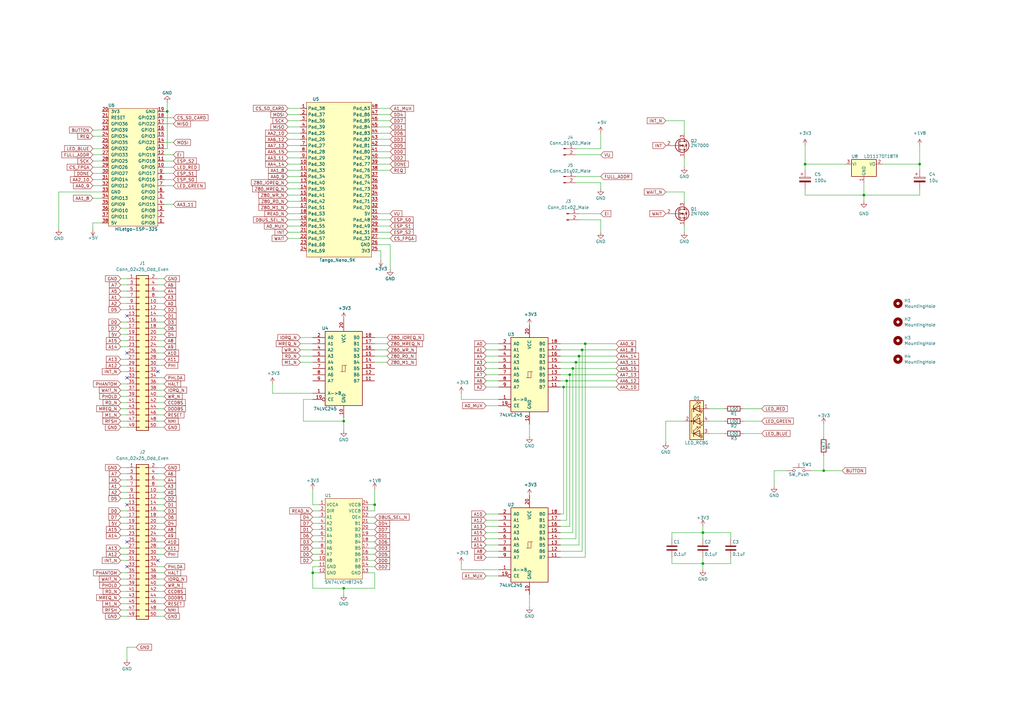
<source format=kicad_sch>
(kicad_sch (version 20211123) (generator eeschema)
  (paper "A3")
  (title_block (title "TRS-IO-XRAY VG") (date "2022-06-03") (rev "V1.3-XRAY") (comment 3 "Title: TRS-IO-XRAY for the TRS-80 Model VG") (comment 4 "Author: Arno Puder"))
  (junction (at 237.49 146.05))
  (junction (at 128.27 234.95))
  (junction (at 140.97 172.72))
  (junction (at 288.29 231.14))
  (junction (at 354.33 80.01))
  (junction (at 330.2 67.31))
  (junction (at 232.41 156.21))
  (junction (at 233.68 153.67))
  (junction (at 140.97 241.3))
  (junction (at 234.95 151.13))
  (junction (at 153.67 207.01))
  (junction (at 68.58 45.72))
  (junction (at 337.82 193.04))
  (junction (at 240.03 140.97))
  (junction (at 231.14 158.75))
  (junction (at 377.19 67.31))
  (junction (at 236.22 148.59))
  (junction (at 238.76 143.51))
  (junction (at 288.29 218.44))
  (no_connect (at 52.07 207.01))
  (no_connect (at 64.77 229.87))
  (no_connect (at 52.07 222.25))
  (no_connect (at 52.07 144.78))
  (no_connect (at 52.07 154.94))
  (no_connect (at 64.77 152.4))
  (no_connect (at 52.07 129.54))
  (no_connect (at 52.07 232.41))
  (wire (pts (xy 67.31 124.46) (xy 64.77 124.46)))
  (wire (pts (xy 41.91 91.44) (xy 38.1 91.44)))
  (wire (pts (xy 68.58 45.72) (xy 68.58 60.96)))
  (wire (pts (xy 337.82 173.99) (xy 337.82 179.07)))
  (wire (pts (xy 118.11 85.09) (xy 123.19 85.09)))
  (wire (pts (xy 229.87 148.59) (xy 236.22 148.59)))
  (wire (pts (xy 67.31 245.11) (xy 64.77 245.11)))
  (wire (pts (xy 68.58 60.96) (xy 67.31 60.96)))
  (wire (pts (xy 52.07 142.24) (xy 49.53 142.24)))
  (wire (pts (xy 67.31 157.48) (xy 64.77 157.48)))
  (wire (pts (xy 199.39 210.82) (xy 204.47 210.82)))
  (wire (pts (xy 52.07 191.77) (xy 49.53 191.77)))
  (wire (pts (xy 153.67 146.05) (xy 158.75 146.05)))
  (wire (pts (xy 330.2 80.01) (xy 354.33 80.01)))
  (wire (pts (xy 118.11 59.69) (xy 123.19 59.69)))
  (wire (pts (xy 153.67 138.43) (xy 158.75 138.43)))
  (wire (pts (xy 154.94 92.71) (xy 160.02 92.71)))
  (wire (pts (xy 229.87 223.52) (xy 237.49 223.52)))
  (wire (pts (xy 128.27 224.79) (xy 130.81 224.79)))
  (wire (pts (xy 337.82 186.69) (xy 337.82 193.04)))
  (wire (pts (xy 67.31 207.01) (xy 64.77 207.01)))
  (wire (pts (xy 123.19 138.43) (xy 128.27 138.43)))
  (wire (pts (xy 52.07 116.84) (xy 49.53 116.84)))
  (wire (pts (xy 52.07 240.03) (xy 49.53 240.03)))
  (wire (pts (xy 153.67 143.51) (xy 158.75 143.51)))
  (wire (pts (xy 229.87 220.98) (xy 236.22 220.98)))
  (wire (pts (xy 128.27 212.09) (xy 130.81 212.09)))
  (wire (pts (xy 240.03 140.97) (xy 240.03 228.6)))
  (wire (pts (xy 199.39 213.36) (xy 204.47 213.36)))
  (wire (pts (xy 71.12 50.8) (xy 67.31 50.8)))
  (wire (pts (xy 153.67 241.3) (xy 153.67 234.95)))
  (wire (pts (xy 151.13 207.01) (xy 153.67 207.01)))
  (wire (pts (xy 229.87 156.21) (xy 232.41 156.21)))
  (wire (pts (xy 154.94 49.53) (xy 160.02 49.53)))
  (wire (pts (xy 199.39 236.22) (xy 204.47 236.22)))
  (wire (pts (xy 52.07 247.65) (xy 49.53 247.65)))
  (wire (pts (xy 118.11 57.15) (xy 123.19 57.15)))
  (wire (pts (xy 52.07 119.38) (xy 49.53 119.38)))
  (wire (pts (xy 52.07 265.43) (xy 55.88 265.43)))
  (wire (pts (xy 118.11 67.31) (xy 123.19 67.31)))
  (wire (pts (xy 236.22 60.96) (xy 246.38 60.96)))
  (wire (pts (xy 52.07 196.85) (xy 49.53 196.85)))
  (wire (pts (xy 153.67 200.66) (xy 153.67 207.01)))
  (wire (pts (xy 52.07 212.09) (xy 49.53 212.09)))
  (wire (pts (xy 67.31 240.03) (xy 64.77 240.03)))
  (wire (pts (xy 38.1 63.5) (xy 41.91 63.5)))
  (wire (pts (xy 151.13 217.17) (xy 153.67 217.17)))
  (wire (pts (xy 273.05 181.61) (xy 273.05 172.72)))
  (wire (pts (xy 153.67 207.01) (xy 153.67 209.55)))
  (wire (pts (xy 38.1 91.44) (xy 38.1 93.98)))
  (wire (pts (xy 38.1 76.2) (xy 41.91 76.2)))
  (wire (pts (xy 128.27 232.41) (xy 128.27 234.95)))
  (wire (pts (xy 237.49 87.63) (xy 246.38 87.63)))
  (wire (pts (xy 52.07 149.86) (xy 49.53 149.86)))
  (wire (pts (xy 154.94 54.61) (xy 160.02 54.61)))
  (wire (pts (xy 38.1 53.34) (xy 41.91 53.34)))
  (wire (pts (xy 67.31 154.94) (xy 64.77 154.94)))
  (wire (pts (xy 229.87 143.51) (xy 238.76 143.51)))
  (wire (pts (xy 246.38 90.17) (xy 246.38 95.25)))
  (wire (pts (xy 52.07 172.72) (xy 49.53 172.72)))
  (wire (pts (xy 237.49 146.05) (xy 237.49 223.52)))
  (wire (pts (xy 288.29 215.9) (xy 288.29 218.44)))
  (wire (pts (xy 67.31 119.38) (xy 64.77 119.38)))
  (wire (pts (xy 128.27 241.3) (xy 140.97 241.3)))
  (wire (pts (xy 153.67 148.59) (xy 158.75 148.59)))
  (wire (pts (xy 273.05 172.72) (xy 280.67 172.72)))
  (wire (pts (xy 52.07 245.11) (xy 49.53 245.11)))
  (wire (pts (xy 128.27 214.63) (xy 130.81 214.63)))
  (wire (pts (xy 304.8 167.64) (xy 312.42 167.64)))
  (wire (pts (xy 41.91 55.88) (xy 38.1 55.88)))
  (wire (pts (xy 273.05 78.74) (xy 280.67 78.74)))
  (wire (pts (xy 67.31 224.79) (xy 64.77 224.79)))
  (wire (pts (xy 151.13 234.95) (xy 153.67 234.95)))
  (wire (pts (xy 118.11 95.25) (xy 123.19 95.25)))
  (wire (pts (xy 67.31 129.54) (xy 64.77 129.54)))
  (wire (pts (xy 229.87 158.75) (xy 231.14 158.75)))
  (wire (pts (xy 290.83 177.8) (xy 297.18 177.8)))
  (wire (pts (xy 154.94 62.23) (xy 160.02 62.23)))
  (wire (pts (xy 67.31 199.39) (xy 64.77 199.39)))
  (wire (pts (xy 237.49 146.05) (xy 252.73 146.05)))
  (wire (pts (xy 52.07 209.55) (xy 49.53 209.55)))
  (wire (pts (xy 240.03 140.97) (xy 252.73 140.97)))
  (wire (pts (xy 160.02 100.33) (xy 160.02 110.49)))
  (wire (pts (xy 275.59 218.44) (xy 288.29 218.44)))
  (wire (pts (xy 154.94 59.69) (xy 160.02 59.69)))
  (wire (pts (xy 68.58 41.91) (xy 68.58 45.72)))
  (wire (pts (xy 153.67 140.97) (xy 158.75 140.97)))
  (wire (pts (xy 275.59 220.98) (xy 275.59 218.44)))
  (wire (pts (xy 123.19 143.51) (xy 128.27 143.51)))
  (wire (pts (xy 199.39 218.44) (xy 204.47 218.44)))
  (wire (pts (xy 229.87 213.36) (xy 232.41 213.36)))
  (wire (pts (xy 67.31 217.17) (xy 64.77 217.17)))
  (wire (pts (xy 67.31 234.95) (xy 64.77 234.95)))
  (wire (pts (xy 41.91 68.58) (xy 38.1 68.58)))
  (wire (pts (xy 38.1 60.96) (xy 41.91 60.96)))
  (wire (pts (xy 153.67 209.55) (xy 151.13 209.55)))
  (wire (pts (xy 118.11 82.55) (xy 123.19 82.55)))
  (wire (pts (xy 128.27 229.87) (xy 130.81 229.87)))
  (wire (pts (xy 118.11 46.99) (xy 123.19 46.99)))
  (wire (pts (xy 280.67 64.77) (xy 280.67 68.58)))
  (wire (pts (xy 71.12 76.2) (xy 67.31 76.2)))
  (wire (pts (xy 231.14 158.75) (xy 252.73 158.75)))
  (wire (pts (xy 52.07 270.51) (xy 52.07 265.43)))
  (wire (pts (xy 67.31 160.02) (xy 64.77 160.02)))
  (wire (pts (xy 67.31 165.1) (xy 64.77 165.1)))
  (wire (pts (xy 204.47 163.83) (xy 189.23 163.83)))
  (wire (pts (xy 52.07 227.33) (xy 49.53 227.33)))
  (wire (pts (xy 237.49 90.17) (xy 246.38 90.17)))
  (wire (pts (xy 229.87 210.82) (xy 231.14 210.82)))
  (wire (pts (xy 354.33 80.01) (xy 377.19 80.01)))
  (wire (pts (xy 67.31 170.18) (xy 64.77 170.18)))
  (wire (pts (xy 123.19 148.59) (xy 128.27 148.59)))
  (wire (pts (xy 275.59 231.14) (xy 288.29 231.14)))
  (wire (pts (xy 118.11 72.39) (xy 123.19 72.39)))
  (wire (pts (xy 124.46 163.83) (xy 124.46 172.72)))
  (wire (pts (xy 236.22 72.39) (xy 246.38 72.39)))
  (wire (pts (xy 52.07 194.31) (xy 49.53 194.31)))
  (wire (pts (xy 199.39 158.75) (xy 204.47 158.75)))
  (wire (pts (xy 288.29 233.68) (xy 288.29 231.14)))
  (wire (pts (xy 154.94 90.17) (xy 160.02 90.17)))
  (wire (pts (xy 377.19 67.31) (xy 377.19 69.85)))
  (wire (pts (xy 123.19 140.97) (xy 128.27 140.97)))
  (wire (pts (xy 128.27 163.83) (xy 124.46 163.83)))
  (wire (pts (xy 52.07 121.92) (xy 49.53 121.92)))
  (wire (pts (xy 354.33 74.93) (xy 354.33 80.01)))
  (wire (pts (xy 128.27 207.01) (xy 130.81 207.01)))
  (wire (pts (xy 52.07 160.02) (xy 49.53 160.02)))
  (wire (pts (xy 67.31 194.31) (xy 64.77 194.31)))
  (wire (pts (xy 199.39 146.05) (xy 204.47 146.05)))
  (wire (pts (xy 290.83 172.72) (xy 297.18 172.72)))
  (wire (pts (xy 118.11 77.47) (xy 123.19 77.47)))
  (wire (pts (xy 337.82 193.04) (xy 345.44 193.04)))
  (wire (pts (xy 118.11 62.23) (xy 123.19 62.23)))
  (wire (pts (xy 199.39 153.67) (xy 204.47 153.67)))
  (wire (pts (xy 67.31 162.56) (xy 64.77 162.56)))
  (wire (pts (xy 67.31 237.49) (xy 64.77 237.49)))
  (wire (pts (xy 128.27 227.33) (xy 130.81 227.33)))
  (wire (pts (xy 52.07 152.4) (xy 49.53 152.4)))
  (wire (pts (xy 234.95 151.13) (xy 252.73 151.13)))
  (wire (pts (xy 52.07 132.08) (xy 49.53 132.08)))
  (wire (pts (xy 130.81 209.55) (xy 128.27 209.55)))
  (wire (pts (xy 67.31 242.57) (xy 64.77 242.57)))
  (wire (pts (xy 111.76 161.29) (xy 111.76 157.48)))
  (wire (pts (xy 151.13 212.09) (xy 153.67 212.09)))
  (wire (pts (xy 128.27 234.95) (xy 128.27 241.3)))
  (wire (pts (xy 151.13 219.71) (xy 153.67 219.71)))
  (wire (pts (xy 154.94 95.25) (xy 160.02 95.25)))
  (wire (pts (xy 67.31 114.3) (xy 64.77 114.3)))
  (wire (pts (xy 67.31 227.33) (xy 64.77 227.33)))
  (wire (pts (xy 189.23 233.68) (xy 189.23 231.14)))
  (wire (pts (xy 280.67 54.61) (xy 280.67 49.53)))
  (wire (pts (xy 52.07 224.79) (xy 49.53 224.79)))
  (wire (pts (xy 67.31 219.71) (xy 64.77 219.71)))
  (wire (pts (xy 123.19 97.79) (xy 118.11 97.79)))
  (wire (pts (xy 67.31 247.65) (xy 64.77 247.65)))
  (wire (pts (xy 199.39 226.06) (xy 204.47 226.06)))
  (wire (pts (xy 231.14 158.75) (xy 231.14 210.82)))
  (wire (pts (xy 151.13 224.79) (xy 153.67 224.79)))
  (wire (pts (xy 41.91 78.74) (xy 24.13 78.74)))
  (wire (pts (xy 52.07 229.87) (xy 49.53 229.87)))
  (wire (pts (xy 52.07 162.56) (xy 49.53 162.56)))
  (wire (pts (xy 67.31 48.26) (xy 71.12 48.26)))
  (wire (pts (xy 128.27 161.29) (xy 111.76 161.29)))
  (wire (pts (xy 199.39 156.21) (xy 204.47 156.21)))
  (wire (pts (xy 322.58 193.04) (xy 317.5 193.04)))
  (wire (pts (xy 140.97 241.3) (xy 140.97 243.84)))
  (wire (pts (xy 154.94 46.99) (xy 160.02 46.99)))
  (wire (pts (xy 288.29 218.44) (xy 288.29 220.98)))
  (wire (pts (xy 52.07 219.71) (xy 49.53 219.71)))
  (wire (pts (xy 67.31 132.08) (xy 64.77 132.08)))
  (wire (pts (xy 199.39 166.37) (xy 204.47 166.37)))
  (wire (pts (xy 154.94 64.77) (xy 160.02 64.77)))
  (wire (pts (xy 67.31 73.66) (xy 71.12 73.66)))
  (wire (pts (xy 154.94 69.85) (xy 160.02 69.85)))
  (wire (pts (xy 67.31 175.26) (xy 64.77 175.26)))
  (wire (pts (xy 118.11 74.93) (xy 123.19 74.93)))
  (wire (pts (xy 128.27 234.95) (xy 130.81 234.95)))
  (wire (pts (xy 67.31 147.32) (xy 64.77 147.32)))
  (wire (pts (xy 128.27 217.17) (xy 130.81 217.17)))
  (wire (pts (xy 317.5 193.04) (xy 317.5 199.39)))
  (wire (pts (xy 118.11 54.61) (xy 123.19 54.61)))
  (wire (pts (xy 67.31 127) (xy 64.77 127)))
  (wire (pts (xy 217.17 173.99) (xy 217.17 179.07)))
  (wire (pts (xy 124.46 172.72) (xy 140.97 172.72)))
  (wire (pts (xy 67.31 204.47) (xy 64.77 204.47)))
  (wire (pts (xy 154.94 52.07) (xy 160.02 52.07)))
  (wire (pts (xy 67.31 252.73) (xy 64.77 252.73)))
  (wire (pts (xy 299.72 218.44) (xy 299.72 220.98)))
  (wire (pts (xy 52.07 137.16) (xy 49.53 137.16)))
  (wire (pts (xy 67.31 167.64) (xy 64.77 167.64)))
  (wire (pts (xy 199.39 228.6) (xy 204.47 228.6)))
  (wire (pts (xy 41.91 71.12) (xy 38.1 71.12)))
  (wire (pts (xy 52.07 114.3) (xy 49.53 114.3)))
  (wire (pts (xy 154.94 44.45) (xy 160.02 44.45)))
  (wire (pts (xy 229.87 140.97) (xy 240.03 140.97)))
  (wire (pts (xy 67.31 149.86) (xy 64.77 149.86)))
  (wire (pts (xy 330.2 67.31) (xy 330.2 69.85)))
  (wire (pts (xy 330.2 67.31) (xy 346.71 67.31)))
  (wire (pts (xy 199.39 140.97) (xy 204.47 140.97)))
  (wire (pts (xy 38.1 73.66) (xy 41.91 73.66)))
  (wire (pts (xy 118.11 90.17) (xy 123.19 90.17)))
  (wire (pts (xy 52.07 237.49) (xy 49.53 237.49)))
  (wire (pts (xy 52.07 147.32) (xy 49.53 147.32)))
  (wire (pts (xy 236.22 148.59) (xy 252.73 148.59)))
  (wire (pts (xy 52.07 124.46) (xy 49.53 124.46)))
  (wire (pts (xy 304.8 177.8) (xy 312.42 177.8)))
  (wire (pts (xy 52.07 167.64) (xy 49.53 167.64)))
  (wire (pts (xy 67.31 83.82) (xy 71.12 83.82)))
  (wire (pts (xy 67.31 172.72) (xy 64.77 172.72)))
  (wire (pts (xy 232.41 156.21) (xy 232.41 213.36)))
  (wire (pts (xy 128.27 200.66) (xy 128.27 207.01)))
  (wire (pts (xy 234.95 151.13) (xy 234.95 218.44)))
  (wire (pts (xy 24.13 78.74) (xy 24.13 93.98)))
  (wire (pts (xy 67.31 232.41) (xy 64.77 232.41)))
  (wire (pts (xy 41.91 66.04) (xy 38.1 66.04)))
  (wire (pts (xy 156.21 102.87) (xy 156.21 106.68)))
  (wire (pts (xy 52.07 175.26) (xy 49.53 175.26)))
  (wire (pts (xy 67.31 144.78) (xy 64.77 144.78)))
  (wire (pts (xy 52.07 204.47) (xy 49.53 204.47)))
  (wire (pts (xy 151.13 222.25) (xy 153.67 222.25)))
  (wire (pts (xy 199.39 151.13) (xy 204.47 151.13)))
  (wire (pts (xy 52.07 134.62) (xy 49.53 134.62)))
  (wire (pts (xy 52.07 170.18) (xy 49.53 170.18)))
  (wire (pts (xy 199.39 148.59) (xy 204.47 148.59)))
  (wire (pts (xy 151.13 232.41) (xy 153.67 232.41)))
  (wire (pts (xy 229.87 153.67) (xy 233.68 153.67)))
  (wire (pts (xy 118.11 92.71) (xy 123.19 92.71)))
  (wire (pts (xy 160.02 87.63) (xy 154.94 87.63)))
  (wire (pts (xy 275.59 228.6) (xy 275.59 231.14)))
  (wire (pts (xy 71.12 68.58) (xy 67.31 68.58)))
  (wire (pts (xy 229.87 228.6) (xy 240.03 228.6)))
  (wire (pts (xy 67.31 137.16) (xy 64.77 137.16)))
  (wire (pts (xy 67.31 222.25) (xy 64.77 222.25)))
  (wire (pts (xy 154.94 57.15) (xy 160.02 57.15)))
  (wire (pts (xy 67.31 134.62) (xy 64.77 134.62)))
  (wire (pts (xy 118.11 69.85) (xy 123.19 69.85)))
  (wire (pts (xy 52.07 250.19) (xy 49.53 250.19)))
  (wire (pts (xy 288.29 231.14) (xy 299.72 231.14)))
  (wire (pts (xy 118.11 52.07) (xy 123.19 52.07)))
  (wire (pts (xy 330.2 59.69) (xy 330.2 67.31)))
  (wire (pts (xy 189.23 163.83) (xy 189.23 161.29)))
  (wire (pts (xy 280.67 78.74) (xy 280.67 82.55)))
  (wire (pts (xy 123.19 146.05) (xy 128.27 146.05)))
  (wire (pts (xy 229.87 146.05) (xy 237.49 146.05)))
  (wire (pts (xy 151.13 227.33) (xy 153.67 227.33)))
  (wire (pts (xy 280.67 92.71) (xy 280.67 95.25)))
  (wire (pts (xy 229.87 226.06) (xy 238.76 226.06)))
  (wire (pts (xy 217.17 243.84) (xy 217.17 248.92)))
  (wire (pts (xy 67.31 45.72) (xy 68.58 45.72)))
  (wire (pts (xy 330.2 77.47) (xy 330.2 80.01)))
  (wire (pts (xy 154.94 102.87) (xy 156.21 102.87)))
  (wire (pts (xy 377.19 77.47) (xy 377.19 80.01)))
  (wire (pts (xy 118.11 64.77) (xy 123.19 64.77)))
  (wire (pts (xy 67.31 66.04) (xy 71.12 66.04)))
  (wire (pts (xy 71.12 58.42) (xy 67.31 58.42)))
  (wire (pts (xy 199.39 143.51) (xy 204.47 143.51)))
  (wire (pts (xy 52.07 252.73) (xy 49.53 252.73)))
  (wire (pts (xy 67.31 121.92) (xy 64.77 121.92)))
  (wire (pts (xy 52.07 242.57) (xy 49.53 242.57)))
  (wire (pts (xy 52.07 199.39) (xy 49.53 199.39)))
  (wire (pts (xy 67.31 191.77) (xy 64.77 191.77)))
  (wire (pts (xy 118.11 49.53) (xy 123.19 49.53)))
  (wire (pts (xy 140.97 241.3) (xy 153.67 241.3)))
  (wire (pts (xy 199.39 215.9) (xy 204.47 215.9)))
  (wire (pts (xy 118.11 87.63) (xy 123.19 87.63)))
  (wire (pts (xy 236.22 63.5) (xy 246.38 63.5)))
  (wire (pts (xy 52.07 201.93) (xy 49.53 201.93)))
  (wire (pts (xy 52.07 139.7) (xy 49.53 139.7)))
  (wire (pts (xy 154.94 100.33) (xy 160.02 100.33)))
  (wire (pts (xy 354.33 80.01) (xy 354.33 82.55)))
  (wire (pts (xy 199.39 220.98) (xy 204.47 220.98)))
  (wire (pts (xy 67.31 71.12) (xy 71.12 71.12)))
  (wire (pts (xy 67.31 63.5) (xy 71.12 63.5)))
  (wire (pts (xy 229.87 151.13) (xy 234.95 151.13)))
  (wire (pts (xy 232.41 156.21) (xy 252.73 156.21)))
  (wire (pts (xy 140.97 172.72) (xy 140.97 176.53)))
  (wire (pts (xy 52.07 165.1) (xy 49.53 165.1)))
  (wire (pts (xy 199.39 223.52) (xy 204.47 223.52)))
  (wire (pts (xy 151.13 214.63) (xy 153.67 214.63)))
  (wire (pts (xy 299.72 231.14) (xy 299.72 228.6)))
  (wire (pts (xy 52.07 157.48) (xy 49.53 157.48)))
  (wire (pts (xy 337.82 193.04) (xy 332.74 193.04)))
  (wire (pts (xy 130.81 232.41) (xy 128.27 232.41)))
  (wire (pts (xy 140.97 171.45) (xy 140.97 172.72)))
  (wire (pts (xy 229.87 218.44) (xy 234.95 218.44)))
  (wire (pts (xy 377.19 67.31) (xy 361.95 67.31)))
  (wire (pts (xy 118.11 80.01) (xy 123.19 80.01)))
  (wire (pts (xy 233.68 215.9) (xy 233.68 153.67)))
  (wire (pts (xy 377.19 59.69) (xy 377.19 67.31)))
  (wire (pts (xy 67.31 116.84) (xy 64.77 116.84)))
  (wire (pts (xy 67.31 201.93) (xy 64.77 201.93)))
  (wire (pts (xy 154.94 97.79) (xy 160.02 97.79)))
  (wire (pts (xy 280.67 49.53) (xy 273.05 49.53)))
  (wire (pts (xy 238.76 143.51) (xy 252.73 143.51)))
  (wire (pts (xy 67.31 214.63) (xy 64.77 214.63)))
  (wire (pts (xy 229.87 215.9) (xy 233.68 215.9)))
  (wire (pts (xy 52.07 214.63) (xy 49.53 214.63)))
  (wire (pts (xy 204.47 233.68) (xy 189.23 233.68)))
  (wire (pts (xy 67.31 142.24) (xy 64.77 142.24)))
  (wire (pts (xy 246.38 74.93) (xy 246.38 77.47)))
  (wire (pts (xy 67.31 212.09) (xy 64.77 212.09)))
  (wire (pts (xy 52.07 234.95) (xy 49.53 234.95)))
  (wire (pts (xy 128.27 219.71) (xy 130.81 219.71)))
  (wire (pts (xy 118.11 44.45) (xy 123.19 44.45)))
  (wire (pts (xy 238.76 143.51) (xy 238.76 226.06)))
  (wire (pts (xy 154.94 67.31) (xy 160.02 67.31)))
  (wire (pts (xy 290.83 167.64) (xy 297.18 167.64)))
  (wire (pts (xy 67.31 139.7) (xy 64.77 139.7)))
  (wire (pts (xy 233.68 153.67) (xy 252.73 153.67)))
  (wire (pts (xy 288.29 231.14) (xy 288.29 228.6)))
  (wire (pts (xy 246.38 60.96) (xy 246.38 54.61)))
  (wire (pts (xy 236.22 74.93) (xy 246.38 74.93)))
  (wire (pts (xy 128.27 222.25) (xy 130.81 222.25)))
  (wire (pts (xy 151.13 229.87) (xy 153.67 229.87)))
  (wire (pts (xy 67.31 196.85) (xy 64.77 196.85)))
  (wire (pts (xy 52.07 127) (xy 49.53 127)))
  (wire (pts (xy 52.07 217.17) (xy 49.53 217.17)))
  (wire (pts (xy 67.31 250.19) (xy 64.77 250.19)))
  (wire (pts (xy 304.8 172.72) (xy 312.42 172.72)))
  (wire (pts (xy 288.29 218.44) (xy 299.72 218.44)))
  (wire (pts (xy 236.22 148.59) (xy 236.22 220.98)))
  (wire (pts (xy 38.1 81.28) (xy 41.91 81.28)))
  (wire (pts (xy 67.31 209.55) (xy 64.77 209.55)))
  (global_label "WAIT_N" (shape input) (at 273.05 78.74 180) (property "Intersheet References" "${INTERSHEET_REFS}" (effects hide)))
  (global_label "D3" (shape input) (at 67.31 132.08 0) (property "Intersheet References" "${INTERSHEET_REFS}" (effects hide)))
  (global_label "AA0_9" (shape input) (at 38.1 76.2 180) (property "Intersheet References" "${INTERSHEET_REFS}" (effects hide)))
  (global_label "A7" (shape input) (at 199.39 153.67 180) (property "Intersheet References" "${INTERSHEET_REFS}" (effects hide)))
  (global_label "A0" (shape input) (at 67.31 124.46 0) (property "Intersheet References" "${INTERSHEET_REFS}" (effects hide)))
  (global_label "HALT" (shape input) (at 67.31 157.48 0) (property "Intersheet References" "${INTERSHEET_REFS}" (effects hide)))
  (global_label "DBUS_SEL_N" (shape input) (at 153.67 212.09 0) (property "Intersheet References" "${INTERSHEET_REFS}" (effects hide)))
  (global_label "DD7" (shape input) (at 153.67 217.17 0) (property "Intersheet References" "${INTERSHEET_REFS}" (effects hide)))
  (global_label "GND" (shape input) (at 67.31 252.73 0) (property "Intersheet References" "${INTERSHEET_REFS}" (effects hide)))
  (global_label "ESP_S1" (shape input) (at 71.12 71.12 0) (property "Intersheet References" "${INTERSHEET_REFS}" (effects hide)))
  (global_label "AA1_8" (shape input) (at 252.73 143.51 0) (property "Intersheet References" "${INTERSHEET_REFS}" (effects hide)))
  (global_label "AA2_10" (shape input) (at 38.1 73.66 180) (property "Intersheet References" "${INTERSHEET_REFS}" (effects hide)))
  (global_label "LED_BLUE" (shape input) (at 312.42 177.8 0) (property "Intersheet References" "${INTERSHEET_REFS}" (effects hide)))
  (global_label "IORQ_N" (shape input) (at 67.31 237.49 0) (property "Intersheet References" "${INTERSHEET_REFS}" (effects hide)))
  (global_label "AA4_14" (shape input) (at 252.73 146.05 0) (property "Intersheet References" "${INTERSHEET_REFS}" (effects hide)))
  (global_label "AA7_13" (shape input) (at 252.73 153.67 0) (property "Intersheet References" "${INTERSHEET_REFS}" (effects hide)))
  (global_label "A13" (shape input) (at 49.53 147.32 180) (property "Intersheet References" "${INTERSHEET_REFS}" (effects hide)))
  (global_label "VU" (shape input) (at 160.02 87.63 0) (property "Intersheet References" "${INTERSHEET_REFS}" (effects hide)))
  (global_label "Z80_IOREQ_N" (shape input) (at 118.11 74.93 180) (property "Intersheet References" "${INTERSHEET_REFS}" (effects hide)))
  (global_label "ESP_S2" (shape input) (at 71.12 66.04 0) (property "Intersheet References" "${INTERSHEET_REFS}" (effects hide)))
  (global_label "READ_N" (shape input) (at 118.11 87.63 180) (property "Intersheet References" "${INTERSHEET_REFS}" (effects hide)))
  (global_label "RESET" (shape input) (at 67.31 170.18 0) (property "Intersheet References" "${INTERSHEET_REFS}" (effects hide)))
  (global_label "GND" (shape input) (at 67.31 175.26 0) (property "Intersheet References" "${INTERSHEET_REFS}" (effects hide)))
  (global_label "Z80_RD_N" (shape input) (at 158.75 146.05 0) (property "Intersheet References" "${INTERSHEET_REFS}" (effects hide)))
  (global_label "D2" (shape input) (at 67.31 127 0) (property "Intersheet References" "${INTERSHEET_REFS}" (effects hide)))
  (global_label "D6" (shape input) (at 128.27 219.71 180) (property "Intersheet References" "${INTERSHEET_REFS}" (effects hide)))
  (global_label "D2" (shape input) (at 128.27 229.87 180) (property "Intersheet References" "${INTERSHEET_REFS}" (effects hide)))
  (global_label "RFSH" (shape input) (at 49.53 250.19 180) (property "Intersheet References" "${INTERSHEET_REFS}" (effects hide)))
  (global_label "A5" (shape input) (at 49.53 119.38 180) (property "Intersheet References" "${INTERSHEET_REFS}" (effects hide)))
  (global_label "MOSI" (shape input) (at 118.11 46.99 180) (property "Intersheet References" "${INTERSHEET_REFS}" (effects hide)))
  (global_label "DD0" (shape input) (at 160.02 62.23 0) (property "Intersheet References" "${INTERSHEET_REFS}" (effects hide)))
  (global_label "GND" (shape input) (at 49.53 114.3 180) (property "Intersheet References" "${INTERSHEET_REFS}" (effects hide)))
  (global_label "Z80_WR_N" (shape input) (at 158.75 143.51 0) (property "Intersheet References" "${INTERSHEET_REFS}" (effects hide)))
  (global_label "A9" (shape input) (at 67.31 219.71 0) (property "Intersheet References" "${INTERSHEET_REFS}" (effects hide)))
  (global_label "DD7" (shape input) (at 160.02 49.53 0) (property "Intersheet References" "${INTERSHEET_REFS}" (effects hide)))
  (global_label "A5" (shape input) (at 199.39 151.13 180) (property "Intersheet References" "${INTERSHEET_REFS}" (effects hide)))
  (global_label "A12" (shape input) (at 49.53 227.33 180) (property "Intersheet References" "${INTERSHEET_REFS}" (effects hide)))
  (global_label "D4" (shape input) (at 67.31 137.16 0) (property "Intersheet References" "${INTERSHEET_REFS}" (effects hide)))
  (global_label "A0" (shape input) (at 67.31 201.93 0) (property "Intersheet References" "${INTERSHEET_REFS}" (effects hide)))
  (global_label "DD1" (shape input) (at 160.02 52.07 0) (property "Intersheet References" "${INTERSHEET_REFS}" (effects hide)))
  (global_label "WAIT" (shape input) (at 118.11 97.79 180) (property "Intersheet References" "${INTERSHEET_REFS}" (effects hide)))
  (global_label "A9" (shape input) (at 199.39 228.6 180) (property "Intersheet References" "${INTERSHEET_REFS}" (effects hide)))
  (global_label "A13" (shape input) (at 49.53 224.79 180) (property "Intersheet References" "${INTERSHEET_REFS}" (effects hide)))
  (global_label "Z80_M1_N" (shape input) (at 158.75 148.59 0) (property "Intersheet References" "${INTERSHEET_REFS}" (effects hide)))
  (global_label "D1" (shape input) (at 67.31 129.54 0) (property "Intersheet References" "${INTERSHEET_REFS}" (effects hide)))
  (global_label "MREQ_N" (shape input) (at 123.19 140.97 180) (property "Intersheet References" "${INTERSHEET_REFS}" (effects hide)))
  (global_label "RFSH" (shape input) (at 49.53 172.72 180) (property "Intersheet References" "${INTERSHEET_REFS}" (effects hide)))
  (global_label "A0_MUX" (shape input) (at 199.39 166.37 180) (property "Intersheet References" "${INTERSHEET_REFS}" (effects hide)))
  (global_label "A10" (shape input) (at 67.31 144.78 0) (property "Intersheet References" "${INTERSHEET_REFS}" (effects hide)))
  (global_label "AA6_12" (shape input) (at 252.73 156.21 0) (property "Intersheet References" "${INTERSHEET_REFS}" (effects hide)))
  (global_label "AA7_13" (shape input) (at 118.11 59.69 180) (property "Intersheet References" "${INTERSHEET_REFS}" (effects hide)))
  (global_label "D3" (shape input) (at 67.31 209.55 0) (property "Intersheet References" "${INTERSHEET_REFS}" (effects hide)))
  (global_label "RD_N" (shape input) (at 123.19 146.05 180) (property "Intersheet References" "${INTERSHEET_REFS}" (effects hide)))
  (global_label "AA5_15" (shape input) (at 252.73 151.13 0) (property "Intersheet References" "${INTERSHEET_REFS}" (effects hide)))
  (global_label "GND" (shape input) (at 49.53 252.73 180) (property "Intersheet References" "${INTERSHEET_REFS}" (effects hide)))
  (global_label "A12" (shape input) (at 199.39 213.36 180) (property "Intersheet References" "${INTERSHEET_REFS}" (effects hide)))
  (global_label "AA6_12" (shape input) (at 118.11 57.15 180) (property "Intersheet References" "${INTERSHEET_REFS}" (effects hide)))
  (global_label "FULL_ADDR" (shape input) (at 38.1 63.5 180) (property "Intersheet References" "${INTERSHEET_REFS}" (effects hide)))
  (global_label "M1_N" (shape input) (at 49.53 170.18 180) (property "Intersheet References" "${INTERSHEET_REFS}" (effects hide)))
  (global_label "A14" (shape input) (at 199.39 223.52 180) (property "Intersheet References" "${INTERSHEET_REFS}" (effects hide)))
  (global_label "D6" (shape input) (at 67.31 134.62 0) (property "Intersheet References" "${INTERSHEET_REFS}" (effects hide)))
  (global_label "DD2" (shape input) (at 153.67 232.41 0) (property "Intersheet References" "${INTERSHEET_REFS}" (effects hide)))
  (global_label "LED_BLUE" (shape input) (at 38.1 60.96 180) (property "Intersheet References" "${INTERSHEET_REFS}" (effects hide)))
  (global_label "LED_GREEN" (shape input) (at 71.12 76.2 0) (property "Intersheet References" "${INTERSHEET_REFS}" (effects hide)))
  (global_label "DD5" (shape input) (at 160.02 59.69 0) (property "Intersheet References" "${INTERSHEET_REFS}" (effects hide)))
  (global_label "CS_FPGA" (shape input) (at 38.1 68.58 180) (property "Intersheet References" "${INTERSHEET_REFS}" (effects hide)))
  (global_label "Z80_WR_N" (shape input) (at 118.11 80.01 180) (property "Intersheet References" "${INTERSHEET_REFS}" (effects hide)))
  (global_label "A1" (shape input) (at 49.53 121.92 180) (property "Intersheet References" "${INTERSHEET_REFS}" (effects hide)))
  (global_label "A7" (shape input) (at 49.53 116.84 180) (property "Intersheet References" "${INTERSHEET_REFS}" (effects hide)))
  (global_label "5V" (shape input) (at 49.53 137.16 180) (property "Intersheet References" "${INTERSHEET_REFS}" (effects hide)))
  (global_label "A2" (shape input) (at 49.53 124.46 180) (property "Intersheet References" "${INTERSHEET_REFS}" (effects hide)))
  (global_label "INT_N" (shape input) (at 273.05 49.53 180) (property "Intersheet References" "${INTERSHEET_REFS}" (effects hide)))
  (global_label "INT_N" (shape input) (at 49.53 229.87 180) (property "Intersheet References" "${INTERSHEET_REFS}" (effects hide)))
  (global_label "RD_N" (shape input) (at 49.53 165.1 180) (property "Intersheet References" "${INTERSHEET_REFS}" (effects hide)))
  (global_label "A2" (shape input) (at 199.39 158.75 180) (property "Intersheet References" "${INTERSHEET_REFS}" (effects hide)))
  (global_label "D0" (shape input) (at 49.53 132.08 180) (property "Intersheet References" "${INTERSHEET_REFS}" (effects hide)))
  (global_label "MISO" (shape input) (at 71.12 50.8 0) (property "Intersheet References" "${INTERSHEET_REFS}" (effects hide)))
  (global_label "LED_RED" (shape input) (at 312.42 167.64 0) (property "Intersheet References" "${INTERSHEET_REFS}" (effects hide)))
  (global_label "DD2" (shape input) (at 160.02 64.77 0) (property "Intersheet References" "${INTERSHEET_REFS}" (effects hide)))
  (global_label "D6" (shape input) (at 67.31 212.09 0) (property "Intersheet References" "${INTERSHEET_REFS}" (effects hide)))
  (global_label "A4" (shape input) (at 199.39 146.05 180) (property "Intersheet References" "${INTERSHEET_REFS}" (effects hide)))
  (global_label "WR_N" (shape input) (at 123.19 143.51 180) (property "Intersheet References" "${INTERSHEET_REFS}" (effects hide)))
  (global_label "ESP_S0" (shape input) (at 160.02 90.17 0) (property "Intersheet References" "${INTERSHEET_REFS}" (effects hide)))
  (global_label "MREQ_N" (shape input) (at 49.53 245.11 180) (property "Intersheet References" "${INTERSHEET_REFS}" (effects hide)))
  (global_label "WAIT_N" (shape input) (at 49.53 160.02 180) (property "Intersheet References" "${INTERSHEET_REFS}" (effects hide)))
  (global_label "AA2_10" (shape input) (at 118.11 54.61 180) (property "Intersheet References" "${INTERSHEET_REFS}" (effects hide)))
  (global_label "RESET" (shape input) (at 67.31 247.65 0) (property "Intersheet References" "${INTERSHEET_REFS}" (effects hide)))
  (global_label "EI" (shape input) (at 246.38 87.63 0) (property "Intersheet References" "${INTERSHEET_REFS}" (effects hide)))
  (global_label "LED_GREEN" (shape input) (at 312.42 172.72 0) (property "Intersheet References" "${INTERSHEET_REFS}" (effects hide)))
  (global_label "A11" (shape input) (at 67.31 224.79 0) (property "Intersheet References" "${INTERSHEET_REFS}" (effects hide)))
  (global_label "D5" (shape input) (at 49.53 204.47 180) (property "Intersheet References" "${INTERSHEET_REFS}" (effects hide)))
  (global_label "D1" (shape input) (at 128.27 217.17 180) (property "Intersheet References" "${INTERSHEET_REFS}" (effects hide)))
  (global_label "FULL_ADDR" (shape input) (at 246.38 72.39 0) (property "Intersheet References" "${INTERSHEET_REFS}" (effects hide)))
  (global_label "SCK" (shape input) (at 118.11 49.53 180) (property "Intersheet References" "${INTERSHEET_REFS}" (effects hide)))
  (global_label "BUTTON" (shape input) (at 38.1 53.34 180) (property "Intersheet References" "${INTERSHEET_REFS}" (effects hide)))
  (global_label "DODBS" (shape input) (at 67.31 245.11 0) (property "Intersheet References" "${INTERSHEET_REFS}" (effects hide)))
  (global_label "A14" (shape input) (at 49.53 142.24 180) (property "Intersheet References" "${INTERSHEET_REFS}" (effects hide)))
  (global_label "MREQ_N" (shape input) (at 49.53 167.64 180) (property "Intersheet References" "${INTERSHEET_REFS}" (effects hide)))
  (global_label "IORQ_N" (shape input) (at 123.19 138.43 180) (property "Intersheet References" "${INTERSHEET_REFS}" (effects hide)))
  (global_label "WAIT_N" (shape input) (at 49.53 237.49 180) (property "Intersheet References" "${INTERSHEET_REFS}" (effects hide)))
  (global_label "A8" (shape input) (at 67.31 139.7 0) (property "Intersheet References" "${INTERSHEET_REFS}" (effects hide)))
  (global_label "A15" (shape input) (at 49.53 217.17 180) (property "Intersheet References" "${INTERSHEET_REFS}" (effects hide)))
  (global_label "CCDBS" (shape input) (at 67.31 165.1 0) (property "Intersheet References" "${INTERSHEET_REFS}" (effects hide)))
  (global_label "PHANTOM" (shape input) (at 49.53 157.48 180) (property "Intersheet References" "${INTERSHEET_REFS}" (effects hide)))
  (global_label "A4" (shape input) (at 67.31 119.38 0) (property "Intersheet References" "${INTERSHEET_REFS}" (effects hide)))
  (global_label "DD4" (shape input) (at 153.67 214.63 0) (property "Intersheet References" "${INTERSHEET_REFS}" (effects hide)))
  (global_label "AA0_9" (shape input) (at 252.73 140.97 0) (property "Intersheet References" "${INTERSHEET_REFS}" (effects hide)))
  (global_label "AA1_8" (shape input) (at 118.11 69.85 180) (property "Intersheet References" "${INTERSHEET_REFS}" (effects hide)))
  (global_label "WR_N" (shape input) (at 67.31 162.56 0) (property "Intersheet References" "${INTERSHEET_REFS}" (effects hide)))
  (global_label "A2" (shape input) (at 49.53 201.93 180) (property "Intersheet References" "${INTERSHEET_REFS}" (effects hide)))
  (global_label "M1_N" (shape input) (at 49.53 247.65 180) (property "Intersheet References" "${INTERSHEET_REFS}" (effects hide)))
  (global_label "REQ" (shape input) (at 38.1 55.88 180) (property "Intersheet References" "${INTERSHEET_REFS}" (effects hide)))
  (global_label "A0" (shape input) (at 199.39 140.97 180) (property "Intersheet References" "${INTERSHEET_REFS}" (effects hide)))
  (global_label "CCDBS" (shape input) (at 67.31 242.57 0) (property "Intersheet References" "${INTERSHEET_REFS}" (effects hide)))
  (global_label "D5" (shape input) (at 128.27 224.79 180) (property "Intersheet References" "${INTERSHEET_REFS}" (effects hide)))
  (global_label "READ_N" (shape input) (at 128.27 209.55 180) (property "Intersheet References" "${INTERSHEET_REFS}" (effects hide)))
  (global_label "A12" (shape input) (at 49.53 149.86 180) (property "Intersheet References" "${INTERSHEET_REFS}" (effects hide)))
  (global_label "A1" (shape input) (at 199.39 143.51 180) (property "Intersheet References" "${INTERSHEET_REFS}" (effects hide)))
  (global_label "A4" (shape input) (at 67.31 196.85 0) (property "Intersheet References" "${INTERSHEET_REFS}" (effects hide)))
  (global_label "A10" (shape input) (at 199.39 210.82 180) (property "Intersheet References" "${INTERSHEET_REFS}" (effects hide)))
  (global_label "A8" (shape input) (at 199.39 226.06 180) (property "Intersheet References" "${INTERSHEET_REFS}" (effects hide)))
  (global_label "AA3_11" (shape input) (at 118.11 64.77 180) (property "Intersheet References" "${INTERSHEET_REFS}" (effects hide)))
  (global_label "A6" (shape input) (at 67.31 116.84 0) (property "Intersheet References" "${INTERSHEET_REFS}" (effects hide)))
  (global_label "DD5" (shape input) (at 153.67 227.33 0) (property "Intersheet References" "${INTERSHEET_REFS}" (effects hide)))
  (global_label "D5" (shape input) (at 49.53 127 180) (property "Intersheet References" "${INTERSHEET_REFS}" (effects hide)))
  (global_label "A11" (shape input) (at 67.31 147.32 0) (property "Intersheet References" "${INTERSHEET_REFS}" (effects hide)))
  (global_label "PHI" (shape input) (at 67.31 227.33 0) (property "Intersheet References" "${INTERSHEET_REFS}" (effects hide)))
  (global_label "AA2_10" (shape input) (at 252.73 158.75 0) (property "Intersheet References" "${INTERSHEET_REFS}" (effects hide)))
  (global_label "PHOLD" (shape input) (at 49.53 162.56 180) (property "Intersheet References" "${INTERSHEET_REFS}" (effects hide)))
  (global_label "NMI" (shape input) (at 67.31 250.19 0) (property "Intersheet References" "${INTERSHEET_REFS}" (effects hide)))
  (global_label "DD1" (shape input) (at 153.67 219.71 0) (property "Intersheet References" "${INTERSHEET_REFS}" (effects hide)))
  (global_label "SCK" (shape input) (at 38.1 66.04 180) (property "Intersheet References" "${INTERSHEET_REFS}" (effects hide)))
  (global_label "HALT" (shape input) (at 67.31 234.95 0) (property "Intersheet References" "${INTERSHEET_REFS}" (effects hide)))
  (global_label "REQ" (shape input) (at 160.02 69.85 0) (property "Intersheet References" "${INTERSHEET_REFS}" (effects hide)))
  (global_label "A6" (shape input) (at 199.39 156.21 180) (property "Intersheet References" "${INTERSHEET_REFS}" (effects hide)))
  (global_label "PHLDA" (shape input) (at 67.31 232.41 0) (property "Intersheet References" "${INTERSHEET_REFS}" (effects hide)))
  (global_label "PHOLD" (shape input) (at 49.53 240.03 180) (property "Intersheet References" "${INTERSHEET_REFS}" (effects hide)))
  (global_label "A9" (shape input) (at 67.31 142.24 0) (property "Intersheet References" "${INTERSHEET_REFS}" (effects hide)))
  (global_label "D1" (shape input) (at 67.31 207.01 0) (property "Intersheet References" "${INTERSHEET_REFS}" (effects hide)))
  (global_label "GND" (shape input) (at 67.31 191.77 0) (property "Intersheet References" "${INTERSHEET_REFS}" (effects hide)))
  (global_label "Z80_IOREQ_N" (shape input) (at 158.75 138.43 0) (property "Intersheet References" "${INTERSHEET_REFS}" (effects hide)))
  (global_label "D0" (shape input) (at 49.53 209.55 180) (property "Intersheet References" "${INTERSHEET_REFS}" (effects hide)))
  (global_label "MOSI" (shape input) (at 71.12 58.42 0) (property "Intersheet References" "${INTERSHEET_REFS}" (effects hide)))
  (global_label "AA4_14" (shape input) (at 118.11 67.31 180) (property "Intersheet References" "${INTERSHEET_REFS}" (effects hide)))
  (global_label "EI" (shape input) (at 71.12 63.5 0) (property "Intersheet References" "${INTERSHEET_REFS}" (effects hide)))
  (global_label "DODBS" (shape input) (at 67.31 167.64 0) (property "Intersheet References" "${INTERSHEET_REFS}" (effects hide)))
  (global_label "AA1_8" (shape input) (at 38.1 81.28 180) (property "Intersheet References" "${INTERSHEET_REFS}" (effects hide)))
  (global_label "D4" (shape input) (at 128.27 212.09 180) (property "Intersheet References" "${INTERSHEET_REFS}" (effects hide)))
  (global_label "GND" (shape input) (at 55.88 265.43 0) (property "Intersheet References" "${INTERSHEET_REFS}" (effects hide)))
  (global_label "INT_N" (shape input) (at 49.53 152.4 180) (property "Intersheet References" "${INTERSHEET_REFS}" (effects hide)))
  (global_label "ESP_S1" (shape input) (at 160.02 92.71 0) (property "Intersheet References" "${INTERSHEET_REFS}" (effects hide)))
  (global_label "A3" (shape input) (at 67.31 121.92 0) (property "Intersheet References" "${INTERSHEET_REFS}" (effects hide)))
  (global_label "GND" (shape input) (at 49.53 175.26 180) (property "Intersheet References" "${INTERSHEET_REFS}" (effects hide)))
  (global_label "M1_N" (shape input) (at 123.19 148.59 180) (property "Intersheet References" "${INTERSHEET_REFS}" (effects hide)))
  (global_label "DD4" (shape input) (at 160.02 46.99 0) (property "Intersheet References" "${INTERSHEET_REFS}" (effects hide)))
  (global_label "A1" (shape input) (at 49.53 199.39 180) (property "Intersheet References" "${INTERSHEET_REFS}" (effects hide)))
  (global_label "AA5_15" (shape input) (at 118.11 62.23 180) (property "Intersheet References" "${INTERSHEET_REFS}" (effects hide)))
  (global_label "PHI" (shape input) (at 67.31 149.86 0) (property "Intersheet References" "${INTERSHEET_REFS}" (effects hide)))
  (global_label "DBUS_SEL_N" (shape input) (at 118.11 90.17 180) (property "Intersheet References" "${INTERSHEET_REFS}" (effects hide)))
  (global_label "A13" (shape input) (at 199.39 215.9 180) (property "Intersheet References" "${INTERSHEET_REFS}" (effects hide)))
  (global_label "INT" (shape input) (at 273.05 59.69 180) (property "Intersheet References" "${INTERSHEET_REFS}" (effects hide)))
  (global_label "Z80_M1_N" (shape input) (at 118.11 85.09 180) (property "Intersheet References" "${INTERSHEET_REFS}" (effects hide)))
  (global_label "GND" (shape input) (at 67.31 114.3 0) (property "Intersheet References" "${INTERSHEET_REFS}" (effects hide)))
  (global_label "A14" (shape input) (at 49.53 219.71 180) (property "Intersheet References" "${INTERSHEET_REFS}" (effects hide)))
  (global_label "BUTTON" (shape input) (at 345.44 193.04 0) (property "Intersheet References" "${INTERSHEET_REFS}" (effects hide)))
  (global_label "D7" (shape input) (at 49.53 134.62 180) (property "Intersheet References" "${INTERSHEET_REFS}" (effects hide)))
  (global_label "CS_SD_CARD" (shape input) (at 118.11 44.45 180) (property "Intersheet References" "${INTERSHEET_REFS}" (effects hide)))
  (global_label "D7" (shape input) (at 128.27 214.63 180) (property "Intersheet References" "${INTERSHEET_REFS}" (effects hide)))
  (global_label "A7" (shape input) (at 49.53 194.31 180) (property "Intersheet References" "${INTERSHEET_REFS}" (effects hide)))
  (global_label "A5" (shape input) (at 49.53 196.85 180) (property "Intersheet References" "${INTERSHEET_REFS}" (effects hide)))
  (global_label "RD_N" (shape input) (at 49.53 242.57 180) (property "Intersheet References" "${INTERSHEET_REFS}" (effects hide)))
  (global_label "A6" (shape input) (at 67.31 194.31 0) (property "Intersheet References" "${INTERSHEET_REFS}" (effects hide)))
  (global_label "A10" (shape input) (at 67.31 222.25 0) (property "Intersheet References" "${INTERSHEET_REFS}" (effects hide)))
  (global_label "A1_MUX" (shape input) (at 199.39 236.22 180) (property "Intersheet References" "${INTERSHEET_REFS}" (effects hide)))
  (global_label "DONE" (shape input) (at 38.1 71.12 180) (property "Intersheet References" "${INTERSHEET_REFS}" (effects hide)))
  (global_label "A3" (shape input) (at 199.39 148.59 180) (property "Intersheet References" "${INTERSHEET_REFS}" (effects hide)))
  (global_label "D2" (shape input) (at 67.31 204.47 0) (property "Intersheet References" "${INTERSHEET_REFS}" (effects hide)))
  (global_label "DD3" (shape input) (at 160.02 57.15 0) (property "Intersheet References" "${INTERSHEET_REFS}" (effects hide)))
  (global_label "ESP_S2" (shape input) (at 160.02 95.25 0) (property "Intersheet References" "${INTERSHEET_REFS}" (effects hide)))
  (global_label "A3" (shape input) (at 67.31 199.39 0) (property "Intersheet References" "${INTERSHEET_REFS}" (effects hide)))
  (global_label "CS_SD_CARD" (shape input) (at 71.12 48.26 0) (property "Intersheet References" "${INTERSHEET_REFS}" (effects hide)))
  (global_label "AA3_11" (shape input) (at 252.73 148.59 0) (property "Intersheet References" "${INTERSHEET_REFS}" (effects hide)))
  (global_label "5V" (shape input) (at 49.53 214.63 180) (property "Intersheet References" "${INTERSHEET_REFS}" (effects hide)))
  (global_label "MISO" (shape input) (at 118.11 52.07 180) (property "Intersheet References" "${INTERSHEET_REFS}" (effects hide)))
  (global_label "DD6" (shape input) (at 153.67 222.25 0) (property "Intersheet References" "${INTERSHEET_REFS}" (effects hide)))
  (global_label "A0_MUX" (shape input) (at 118.11 92.71 180) (property "Intersheet References" "${INTERSHEET_REFS}" (effects hide)))
  (global_label "VU" (shape input) (at 246.38 63.5 0) (property "Intersheet References" "${INTERSHEET_REFS}" (effects hide)))
  (global_label "D0" (shape input) (at 128.27 227.33 180) (property "Intersheet References" "${INTERSHEET_REFS}" (effects hide)))
  (global_label "DD0" (shape input) (at 153.67 229.87 0) (property "Intersheet References" "${INTERSHEET_REFS}" (effects hide)))
  (global_label "AA3_11" (shape input) (at 71.12 83.82 0) (property "Intersheet References" "${INTERSHEET_REFS}" (effects hide)))
  (global_label "LED_RED" (shape input) (at 71.12 68.58 0) (property "Intersheet References" "${INTERSHEET_REFS}" (effects hide)))
  (global_label "NMI" (shape input) (at 67.31 172.72 0) (property "Intersheet References" "${INTERSHEET_REFS}" (effects hide)))
  (global_label "WAIT" (shape input) (at 273.05 87.63 180) (property "Intersheet References" "${INTERSHEET_REFS}" (effects hide)))
  (global_label "A15" (shape input) (at 49.53 139.7 180) (property "Intersheet References" "${INTERSHEET_REFS}" (effects hide)))
  (global_label "ESP_S0" (shape input) (at 71.12 73.66 0) (property "Intersheet References" "${INTERSHEET_REFS}" (effects hide)))
  (global_label "GND" (shape input) (at 49.53 191.77 180) (property "Intersheet References" "${INTERSHEET_REFS}" (effects hide)))
  (global_label "WR_N" (shape input) (at 67.31 240.03 0) (property "Intersheet References" "${INTERSHEET_REFS}" (effects hide)))
  (global_label "D7" (shape input) (at 49.53 212.09 180) (property "Intersheet References" "${INTERSHEET_REFS}" (effects hide)))
  (global_label "PHLDA" (shape input) (at 67.31 154.94 0) (property "Intersheet References" "${INTERSHEET_REFS}" (effects hide)))
  (global_label "A8" (shape input) (at 67.31 217.17 0) (property "Intersheet References" "${INTERSHEET_REFS}" (effects hide)))
  (global_label "A11" (shape input) (at 199.39 220.98 180) (property "Intersheet References" "${INTERSHEET_REFS}" (effects hide)))
  (global_label "D3" (shape input) (at 128.27 222.25 180) (property "Intersheet References" "${INTERSHEET_REFS}" (effects hide)))
  (global_label "Z80_RD_N" (shape input) (at 118.11 82.55 180) (property "Intersheet References" "${INTERSHEET_REFS}" (effects hide)))
  (global_label "DD3" (shape input) (at 153.67 224.79 0) (property "Intersheet References" "${INTERSHEET_REFS}" (effects hide)))
  (global_label "A15" (shape input) (at 199.39 218.44 180) (property "Intersheet References" "${INTERSHEET_REFS}" (effects hide)))
  (global_label "DONE" (shape input) (at 160.02 67.31 0) (property "Intersheet References" "${INTERSHEET_REFS}" (effects hide)))
  (global_label "D4" (shape input) (at 67.31 214.63 0) (property "Intersheet References" "${INTERSHEET_REFS}" (effects hide)))
  (global_label "INT" (shape input) (at 118.11 95.25 180) (property "Intersheet References" "${INTERSHEET_REFS}" (effects hide)))
  (global_label "Z80_MREQ_N" (shape input) (at 118.11 77.47 180) (property "Intersheet References" "${INTERSHEET_REFS}" (effects hide)))
  (global_label "DD6" (shape input) (at 160.02 54.61 0) (property "Intersheet References" "${INTERSHEET_REFS}" (effects hide)))
  (global_label "CS_FPGA" (shape input) (at 160.02 97.79 0) (property "Intersheet References" "${INTERSHEET_REFS}" (effects hide)))
  (global_label "AA0_9" (shape input) (at 118.11 72.39 180) (property "Intersheet References" "${INTERSHEET_REFS}" (effects hide)))
  (global_label "PHANTOM" (shape input) (at 49.53 234.95 180) (property "Intersheet References" "${INTERSHEET_REFS}" (effects hide)))
  (global_label "IORQ_N" (shape input) (at 67.31 160.02 0) (property "Intersheet References" "${INTERSHEET_REFS}" (effects hide)))
  (global_label "Z80_MREQ_N" (shape input) (at 158.75 140.97 0) (property "Intersheet References" "${INTERSHEET_REFS}" (effects hide)))
  (global_label "A1_MUX" (shape input) (at 160.02 44.45 0) (property "Intersheet References" "${INTERSHEET_REFS}" (effects hide)))
  (symbol (lib_id "ESP-AP:HiLetgo-ESP-32S") (at 54.61 69.85 0) (unit 1)
    (property "Reference" "U6" (at 45.72 43.18 0))
    (property "Value" "HiLetgo-ESP-32S" (at 55.88 93.98 0))
    (property "Footprint" "TRS-IO-M1:DIP-38_W22.9mm" (effects hide))
  )
  (symbol (lib_id "Transistor_FET:2N7000") (at 278.13 87.63 0) (unit 1)
    (property "Reference" "Q1" (at 283.21 85.725 0) (effects (justify left)))
    (property "Value" "2N7000" (at 283.21 87.63 0) (effects (justify left)))
    (property "Footprint" "Package_TO_SOT_THT:TO-92_Inline" (effects hide))
    (property "Datasheet" "https://www.fairchildsemi.com/datasheets/2N/2N7000.pdf" (effects hide))
  )
  (symbol (lib_id "power:GND") (at 280.67 95.25 0) (unit 1)
    (property "Reference" "#PWR0101" (effects hide))
    (property "Value" "GND" (at 280.67 99.06 0))
  )
  (symbol (lib_id "power:+3.3V") (at 156.21 106.68 180) (unit 1)
    (property "Reference" "#PWR0111" (effects hide))
    (property "Value" "+3.3V" (at 156.21 110.236 0))
  )
  (symbol (lib_id "power:+5V") (at 38.1 93.98 180) (unit 1)
    (property "Reference" "#PWR0112" (effects hide))
    (property "Value" "+5V" (at 38.1 97.536 0))
  )
  (symbol (lib_id "power:GND") (at 68.58 41.91 180) (unit 1)
    (property "Reference" "#PWR0113" (effects hide))
    (property "Value" "GND" (at 68.58 38.1 0))
  )
  (symbol (lib_id "74xx:74HC245") (at 217.17 223.52 0) (unit 1)
    (property "Reference" "U2" (at 209.55 207.01 0))
    (property "Value" "74LVC245" (at 209.55 240.03 0))
    (property "Footprint" "Package_SO:SSOP-20_5.3x7.2mm_P0.65mm" (effects hide))
    (property "Datasheet" "http://www.ti.com/lit/gpn/sn74HC245" (effects hide))
  )
  (symbol (lib_id "power:GND") (at 217.17 248.92 0) (unit 1)
    (property "Reference" "#PWR0116" (effects hide))
    (property "Value" "GND" (at 217.17 252.73 0))
  )
  (symbol (lib_id "power:GND") (at 52.07 270.51 0) (unit 1)
    (property "Reference" "#PWR0119" (effects hide))
    (property "Value" "GND" (at 52.07 274.32 0))
  )
  (symbol (lib_id "74xx:74HC245") (at 217.17 153.67 0) (unit 1)
    (property "Reference" "U3" (at 209.55 137.16 0))
    (property "Value" "74LVC245" (at 209.55 170.18 0))
    (property "Footprint" "Package_SO:SSOP-20_5.3x7.2mm_P0.65mm" (effects hide))
    (property "Datasheet" "http://www.ti.com/lit/gpn/sn74HC245" (effects hide))
  )
  (symbol (lib_id "power:GND") (at 217.17 179.07 0) (unit 1)
    (property "Reference" "#PWR0104" (effects hide))
    (property "Value" "GND" (at 217.17 182.88 0))
  )
  (symbol (lib_id "power:GND") (at 24.13 93.98 0) (unit 1)
    (property "Reference" "#PWR0120" (effects hide))
    (property "Value" "GND" (at 24.13 97.79 0))
  )
  (symbol (lib_id "Device:C") (at 275.59 224.79 0) (unit 1)
    (property "Reference" "C1" (at 276.225 222.25 0) (effects (justify left)))
    (property "Value" "0.1uF" (at 276.225 227.33 0) (effects (justify left)))
    (property "Footprint" "Capacitor_SMD:C_0805_2012Metric_Pad1.18x1.45mm_HandSolder" (effects hide))
  )
  (symbol (lib_id "Device:C") (at 288.29 224.79 0) (unit 1)
    (property "Reference" "C2" (at 288.925 222.25 0) (effects (justify left)))
    (property "Value" "0.1uF" (at 288.925 227.33 0) (effects (justify left)))
    (property "Footprint" "Capacitor_SMD:C_0805_2012Metric_Pad1.18x1.45mm_HandSolder" (effects hide))
  )
  (symbol (lib_id "Device:C") (at 299.72 224.79 0) (unit 1)
    (property "Reference" "C3" (at 300.355 222.25 0) (effects (justify left)))
    (property "Value" "0.1uF" (at 300.355 227.33 0) (effects (justify left)))
    (property "Footprint" "Capacitor_SMD:C_0805_2012Metric_Pad1.18x1.45mm_HandSolder" (effects hide))
  )
  (symbol (lib_id "Transistor_FET:2N7000") (at 278.13 59.69 0) (unit 1)
    (property "Reference" "Q2" (at 283.21 57.785 0) (effects (justify left)))
    (property "Value" "2N7000" (at 283.21 59.69 0) (effects (justify left)))
    (property "Footprint" "Package_TO_SOT_THT:TO-92_Inline" (effects hide))
    (property "Datasheet" "https://www.fairchildsemi.com/datasheets/2N/2N7000.pdf" (effects hide))
  )
  (symbol (lib_id "power:GND") (at 280.67 68.58 0) (unit 1)
    (property "Reference" "#PWR0118" (effects hide))
    (property "Value" "GND" (at 280.67 72.39 0))
  )
  (symbol (lib_id "power:GND") (at 288.29 233.68 0) (unit 1)
    (property "Reference" "#PWR02" (effects hide))
    (property "Value" "GND" (at 288.29 237.49 0))
  )
  (symbol (lib_id "Device:LED_RCBG") (at 285.75 172.72 0) (unit 1)
    (property "Reference" "D1" (at 285.75 163.322 0))
    (property "Value" "LED_RCBG" (at 285.75 181.61 0))
    (property "Footprint" "LED_THT:LED_D5.0mm-4_RGB" (effects hide))
  )
  (symbol (lib_id "Device:R") (at 300.99 167.64 270) (unit 1)
    (property "Reference" "R1" (at 300.99 169.672 90))
    (property "Value" "100" (at 300.99 167.64 90))
    (property "Footprint" "Resistor_THT:R_Axial_DIN0207_L6.3mm_D2.5mm_P7.62mm_Horizontal" (effects hide))
  )
  (symbol (lib_id "Device:R") (at 300.99 172.72 270) (unit 1)
    (property "Reference" "R2" (at 300.99 174.752 90))
    (property "Value" "100" (at 300.99 172.72 90))
    (property "Footprint" "Resistor_THT:R_Axial_DIN0207_L6.3mm_D2.5mm_P7.62mm_Horizontal" (effects hide))
  )
  (symbol (lib_id "Device:R") (at 300.99 177.8 270) (unit 1)
    (property "Reference" "R3" (at 300.99 179.832 90))
    (property "Value" "100" (at 300.99 177.8 90))
    (property "Footprint" "Resistor_THT:R_Axial_DIN0207_L6.3mm_D2.5mm_P7.62mm_Horizontal" (effects hide))
  )
  (symbol (lib_id "Device:R") (at 337.82 182.88 0) (unit 1)
    (property "Reference" "R4" (at 339.852 182.88 90))
    (property "Value" "4K7" (at 337.82 182.88 90))
    (property "Footprint" "Resistor_THT:R_Axial_DIN0207_L6.3mm_D2.5mm_P7.62mm_Horizontal" (effects hide))
  )
  (symbol (lib_id "Switch:SW_Push") (at 327.66 193.04 0) (unit 1)
    (property "Reference" "SW1" (at 328.93 190.5 0) (effects (justify left)))
    (property "Value" "SW_Push" (at 327.66 194.564 0))
    (property "Footprint" "Button_Switch_THT:SW_PUSH_6mm_H9.5mm" (effects hide))
  )
  (symbol (lib_id "power:GND") (at 273.05 181.61 0) (unit 1)
    (property "Reference" "#PWR05" (effects hide))
    (property "Value" "GND" (at 273.05 185.42 0))
  )
  (symbol (lib_id "power:GND") (at 317.5 199.39 0) (unit 1)
    (property "Reference" "#PWR06" (effects hide))
    (property "Value" "GND" (at 317.5 203.2 0))
  )
  (symbol (lib_id "power:+3.3V") (at 337.82 173.99 0) (unit 1)
    (property "Reference" "#PWR07" (effects hide))
    (property "Value" "+3.3V" (at 337.82 170.434 0))
  )
  (symbol (lib_id "power:+3.3V") (at 217.17 133.35 0) (unit 1)
    (property "Reference" "#PWR0102" (effects hide))
    (property "Value" "+3.3V" (at 217.551 128.9558 0))
  )
  (symbol (lib_id "power:+3.3V") (at 189.23 161.29 0) (unit 1)
    (property "Reference" "#PWR0103" (effects hide))
    (property "Value" "+3.3V" (at 189.611 156.8958 0))
  )
  (symbol (lib_id "power:+3.3V") (at 217.17 203.2 0) (unit 1)
    (property "Reference" "#PWR0105" (effects hide))
    (property "Value" "+3.3V" (at 217.551 198.8058 0))
  )
  (symbol (lib_id "power:+3.3V") (at 189.23 231.14 0) (unit 1)
    (property "Reference" "#PWR0108" (effects hide))
    (property "Value" "+3.3V" (at 189.611 226.7458 0))
  )
  (symbol (lib_id "74xx:74HC245") (at 140.97 151.13 0) (unit 1)
    (property "Reference" "U4" (at 133.35 134.62 0))
    (property "Value" "74LVC245" (at 133.35 167.64 0))
    (property "Footprint" "Package_SO:SSOP-20_5.3x7.2mm_P0.65mm" (effects hide))
    (property "Datasheet" "http://www.ti.com/lit/gpn/sn74HC245" (effects hide))
  )
  (symbol (lib_id "power:+3.3V") (at 140.97 130.81 0) (unit 1)
    (property "Reference" "#PWR0109" (effects hide))
    (property "Value" "+3.3V" (at 141.351 126.4158 0))
  )
  (symbol (lib_id "power:GND") (at 140.97 176.53 0) (unit 1)
    (property "Reference" "#PWR0110" (effects hide))
    (property "Value" "GND" (at 140.97 180.34 0))
  )
  (symbol (lib_id "power:+3.3V") (at 111.76 157.48 0) (unit 1)
    (property "Reference" "#PWR0114" (effects hide))
    (property "Value" "+3.3V" (at 112.141 153.0858 0))
  )
  (symbol (lib_id "Connector:Conn_01x02_Male") (at 231.14 60.96 0) (unit 1)
    (property "Reference" "J4" (at 233.8832 56.3626 0))
    (property "Value" "Conn_01x02_Male" (at 233.8832 58.674 0))
    (property "Footprint" "Connector_PinHeader_2.54mm:PinHeader_1x02_P2.54mm_Vertical" (effects hide))
  )
  (symbol (lib_id "power:+5V") (at 246.38 54.61 0) (unit 1)
    (property "Reference" "#PWR0115" (effects hide))
    (property "Value" "+5V" (at 246.761 50.2158 0))
  )
  (symbol (lib_id "Connector:Conn_01x02_Male") (at 231.14 72.39 0) (unit 1)
    (property "Reference" "J5" (at 233.8832 67.7926 0))
    (property "Value" "Conn_01x02_Male" (at 233.8832 70.104 0))
    (property "Footprint" "Connector_PinHeader_2.54mm:PinHeader_1x02_P2.54mm_Vertical" (effects hide))
  )
  (symbol (lib_id "power:GND") (at 246.38 77.47 0) (unit 1)
    (property "Reference" "#PWR0121" (effects hide))
    (property "Value" "GND" (at 246.38 81.28 0))
  )
  (symbol (lib_id "power:+3.3V") (at 288.29 215.9 0) (unit 1)
    (property "Reference" "#PWR0122" (effects hide))
    (property "Value" "+3.3V" (at 288.29 212.344 0))
  )
  (symbol (lib_id "Mechanical:MountingHole") (at 368.3 124.46 0) (unit 1)
    (property "Reference" "H1" (at 370.84 123.2916 0) (effects (justify left)))
    (property "Value" "MountingHole" (at 370.84 125.603 0) (effects (justify left)))
    (property "Footprint" "MountingHole:MountingHole_3mm_Pad_Via" (effects hide))
  )
  (symbol (lib_id "Mechanical:MountingHole") (at 368.3 132.08 0) (unit 1)
    (property "Reference" "H2" (at 370.84 130.9116 0) (effects (justify left)))
    (property "Value" "MountingHole" (at 370.84 133.223 0) (effects (justify left)))
    (property "Footprint" "MountingHole:MountingHole_3mm_Pad_Via" (effects hide))
  )
  (symbol (lib_id "Mechanical:MountingHole") (at 368.3 139.7 0) (unit 1)
    (property "Reference" "H3" (at 370.84 138.5316 0) (effects (justify left)))
    (property "Value" "MountingHole" (at 370.84 140.843 0) (effects (justify left)))
    (property "Footprint" "MountingHole:MountingHole_3mm_Pad_Via" (effects hide))
  )
  (symbol (lib_id "Mechanical:MountingHole") (at 368.3 147.32 0) (unit 1)
    (property "Reference" "H4" (at 370.84 146.1516 0) (effects (justify left)))
    (property "Value" "MountingHole" (at 370.84 148.463 0) (effects (justify left)))
    (property "Footprint" "MountingHole:MountingHole_3mm_Pad_Via" (effects hide))
  )
  (symbol (lib_id "MYLIB:SN74LVCH8T245") (at 140.97 220.98 0) (unit 1)
    (property "Reference" "U1" (at 134.62 203.2 0))
    (property "Value" "SN74LVCH8T245" (at 140.97 238.76 0))
    (property "Footprint" "Package_SO:TSSOP-24_4.4x7.8mm_P0.65mm" (effects hide))
  )
  (symbol (lib_id "Connector:Conn_01x02_Male") (at 232.41 87.63 0) (unit 1)
    (property "Reference" "J3" (at 233.045 82.55 0))
    (property "Value" "Conn_01x02_Male" (at 233.045 85.09 0))
    (property "Footprint" "Connector_PinHeader_2.54mm:PinHeader_1x02_P2.54mm_Vertical" (effects hide))
  )
  (symbol (lib_id "power:+3.3V") (at 330.2 59.69 0) (unit 1)
    (property "Reference" "#PWR0124" (effects hide))
    (property "Value" "+3.3V" (at 330.2 54.61 0))
  )
  (symbol (lib_id "power:+3V3") (at 128.27 200.66 0) (unit 1)
    (property "Reference" "#PWR0125" (effects hide))
    (property "Value" "+3V3" (at 128.27 197.104 0))
  )
  (symbol (lib_id "power:GND") (at 160.02 110.49 0) (unit 1)
    (property "Reference" "#PWR0128" (effects hide))
    (property "Value" "GND" (at 160.02 114.3 0))
  )
  (symbol (lib_id "Connector_Generic:Conn_02x25_Odd_Even") (at 57.15 222.25 0) (unit 1)
    (property "Reference" "J2" (at 58.42 185.42 0))
    (property "Value" "Conn_02x25_Odd_Even" (at 58.42 187.96 0))
    (property "Footprint" "TRS-IO:Pin_Header_Straight_2x25_Pitch2.54mm" (effects hide))
  )
  (symbol (lib_id "MYLIB:LD1117DT18TR") (at 354.33 67.31 0) (unit 1)
    (property "Reference" "U8" (at 350.52 64.135 0))
    (property "Value" "LD1117DT18TR" (at 354.33 64.135 0) (effects (justify left)))
    (property "Footprint" "Package_TO_SOT_SMD:TO-252-3_TabPin2" (effects hide))
  )
  (symbol (lib_id "power:+1V8") (at 377.19 59.69 0) (unit 1)
    (property "Reference" "#PWR0123" (effects hide))
    (property "Value" "+1V8" (at 377.19 54.61 0))
  )
  (symbol (lib_id "Device:C_Polarized") (at 330.2 73.66 0) (unit 1)
    (property "Reference" "C5" (at 334.01 71.5009 0) (effects (justify left)))
    (property "Value" "100u" (at 334.01 74.0409 0) (effects (justify left)))
    (property "Footprint" "Capacitor_SMD:C_1206_3216Metric_Pad1.33x1.80mm_HandSolder" (effects hide))
  )
  (symbol (lib_id "MYLIB:Tango_Nano_9K") (at 139.7 71.12 0) (unit 1)
    (property "Reference" "U5" (at 129.54 40.64 0))
    (property "Value" "Tango_Nano_9K" (at 138.43 106.68 0))
    (property "Footprint" "TRS-IO-M1:DIP-48_W22.9mm" (effects hide))
  )
  (symbol (lib_id "power:GND") (at 140.97 243.84 0) (unit 1)
    (property "Reference" "#PWR0127" (effects hide))
    (property "Value" "GND" (at 140.97 247.65 0))
  )
  (symbol (lib_id "power:GND") (at 246.38 95.25 0) (unit 1)
    (property "Reference" "#PWR0106" (effects hide))
    (property "Value" "GND" (at 246.38 99.06 0))
  )
  (symbol (lib_id "power:GND") (at 354.33 82.55 0) (unit 1)
    (property "Reference" "#PWR0117" (effects hide))
    (property "Value" "GND" (at 354.33 87.63 0))
  )
  (symbol (lib_id "power:+1V8") (at 153.67 200.66 0) (unit 1)
    (property "Reference" "#PWR0126" (effects hide))
    (property "Value" "+1V8" (at 153.67 197.104 0))
  )
  (symbol (lib_id "Device:C_Polarized") (at 377.19 73.66 0) (unit 1)
    (property "Reference" "C4" (at 381 71.5009 0) (effects (justify left)))
    (property "Value" "10u" (at 381 74.0409 0) (effects (justify left)))
    (property "Footprint" "Capacitor_SMD:C_1206_3216Metric_Pad1.33x1.80mm_HandSolder" (effects hide))
  )
  (symbol (lib_id "Connector_Generic:Conn_02x25_Odd_Even") (at 57.15 144.78 0) (unit 1)
    (property "Reference" "J1" (at 58.42 107.95 0))
    (property "Value" "Conn_02x25_Odd_Even" (at 58.42 110.49 0))
    (property "Footprint" "TRS-IO:EDGE50" (effects hide))
  )
)
</source>
